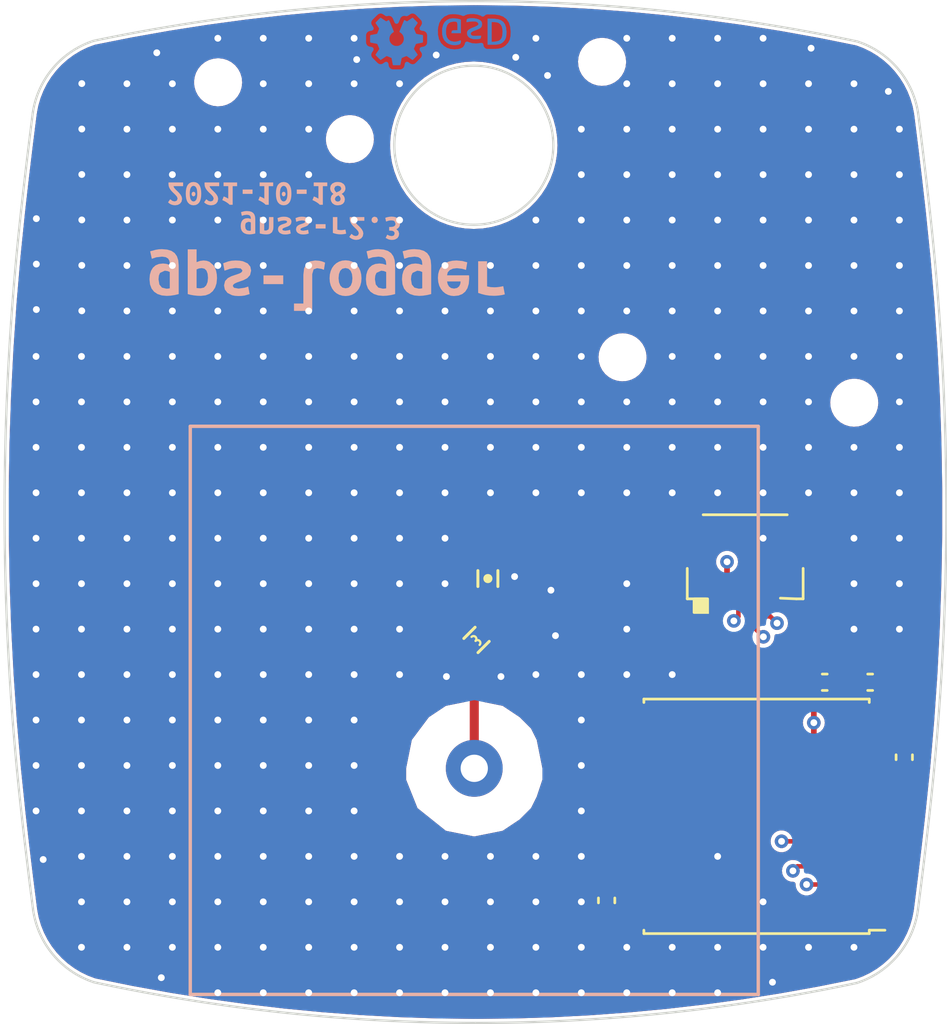
<source format=kicad_pcb>
(kicad_pcb (version 20221018) (generator pcbnew)
  (title_block (title "gps-logger-gnss") (date "2021-10-18") (rev "r2.3"))
  (layers (0 "F.Cu" signal) (1 "In1.Cu" signal) (2 "In2.Cu" signal) (31 "B.Cu" signal) (34 "B.Paste" user) (35 "F.Paste" user) (36 "B.SilkS" user "B.Silkscreen") (37 "F.SilkS" user "F.Silkscreen") (38 "B.Mask" user) (39 "F.Mask" user) (44 "Edge.Cuts" user))
  (net 0 "")
  (net 1 "GND")
  (net 2 "Net-(FLT1-Pad3)")
  (net 3 "Net-(C1-Pad1)")
  (net 4 "Net-(C3-Pad1)")
  (net 5 "Net-(ANT1-Pad1)")
  (net 6 "Net-(J1-Pad2)")
  (net 7 "Net-(J1-Pad3)")
  (net 8 "Net-(C4-Pad1)")
  (net 9 "Net-(FLT1-Pad1)")
  (net 10 "Net-(FLT2-Pad3)")
  (net 11 "Net-(L1-Pad1)")
  (net 12 "Net-(J1-Pad4)")
  (footprint "gkl_housings_son:SAW-5" (layer "F.Cu") (at 111.95 96.103352)
    (fp_text reference "FLT1" hide)
    (fp_text value "SF1186G" hide)
  )
  (footprint "gkl_housings_son:XSON6" (layer "F.Cu") (at 110.25 96.603352 -90)
    (fp_text reference "U2" hide)
    (fp_text value "BGU7007" hide)
  )
  (footprint "pkl_dipol:C_0402" (layer "F.Cu") (at 108.7 94.753352 90)
    (fp_text reference "C4" hide)
    (fp_text value "1nF" hide)
  )
  (footprint "gkl_housings_son:SAW-5" (layer "F.Cu") (at 108.1 99.253352 90)
    (fp_text reference "FLT2" hide)
    (fp_text value "SF1186G" hide)
  )
  (footprint "pkl_dipol:L_0402" (layer "F.Cu") (at 108.2 97.453352 -135)
    (fp_text reference "L1" hide)
    (fp_text value "5.6nH" hide)
  )
  (footprint "gps-logger:M1.6_Mounting Hole" (layer "F.Cu") (at 114.625741 85.015915)
    (fp_text reference "REF**" hide)
    (fp_text value "M1.6_Mounting Hole" hide)
  )
  (footprint "gps-logger:M1.6_Mounting Hole" (layer "F.Cu") (at 102.625741 75.415915)
    (fp_text reference "REF**" hide)
    (fp_text value "M1.6_Mounting Hole" hide)
  )
  (footprint "Capacitor_SMD:C_0402_1005Metric" (layer "F.Cu") (at 127.025741 102.615915 90)
    (fp_text reference "C5" hide)
    (fp_text value "0.1uF" hide)
  )
  (footprint "gps-logger:M1.6_Mounting Hole" (layer "F.Cu") (at 96.825741 72.915915)
    (fp_text reference "REF**" hide)
    (fp_text value "M1.6_Mounting Hole" hide)
  )
  (footprint "gps-logger:M1.6_Mounting Hole" (layer "F.Cu") (at 113.725741 72.015915)
    (fp_text reference "REF**" hide)
    (fp_text value "M1.6_Mounting Hole" hide)
  )
  (footprint "gps-logger:M1.6_Mounting Hole" (layer "F.Cu") (at 124.825741 87.015915)
    (fp_text reference "REF**" hide)
    (fp_text value "M1.6_Mounting Hole" hide)
  )
  (footprint "RF_GPS:ublox_MAX" (layer "F.Cu") (at 120.525741 105.215915 180)
    (fp_text reference "U1" hide)
    (fp_text value "MAX-M8C" hide)
  )
  (footprint "Capacitor_SMD:C_0402_1005Metric" (layer "F.Cu") (at 113.925741 108.915915 90)
    (fp_text reference "C2" hide)
    (fp_text value "0.1uF" hide)
  )
  (footprint "Capacitor_SMD:C_0402_1005Metric" (layer "F.Cu") (at 125.525741 99.315915 180)
    (fp_text reference "C1" hide)
    (fp_text value "4.7uF" hide)
  )
  (footprint "gps-logger:Hirose_FH34SRJ-16S-0.5SH_1x16-1MP_P0.50mm_Horizontal" (layer "F.Cu") (at 119.974741 94.215915 180)
    (fp_text reference "J1" hide)
    (fp_text value "Conn_01x06_MountingPin" hide)
  )
  (footprint "Capacitor_SMD:C_0402_1005Metric" (layer "F.Cu") (at 123.525741 99.315915)
    (fp_text reference "C3" hide)
    (fp_text value "4.7uF" hide)
  )
  (footprint "gkl_antenna:GPS_ANT" (layer "B.Cu") (at 108.1 103.103352 180)
    (fp_text reference "ANT1" hide)
    (fp_text value "pkl_PATCH_ANTENNA" hide)
  )
  (footprint "gkl_logos:gsd_logo_small" (layer "B.Cu") (at 108.1 70.603352)
    (fp_text reference "G***" hide)
    (fp_text value "LOGO" hide)
  )
  (footprint "gkl_logos:oshw_small" (layer "B.Cu") (at 104.6875 71.090852)
    (fp_text reference "G***" hide)
    (fp_text value "LOGO" hide)
  )
  (footprint "kibuzzard-616D57EE" (layer "B.Cu") (at 98.525741 77.815915)
    (fp_text reference "kibuzzard-616D57EE" hide)
    (fp_text value "G***" hide)
  )
  (footprint "kibuzzard-616D5807" (layer "B.Cu") (at 101.325741 79.215915)
    (fp_text reference "kibuzzard-616D5807" hide)
    (fp_text value "G***" hide)
  )
  (footprint "kibuzzard-616D5817" (layer "B.Cu") (at 101.625741 81.615915)
    (fp_text reference "kibuzzard-616D5817" hide)
    (fp_text value "G***" hide)
  )
  (gr_circle (center 108.080119 75.684581) (end 111.580119 75.684581) (stroke (width 0.1)) (fill none) (layer "Edge.Cuts"))
  (gr_arc (start 127.636746 74.277907) (mid 127.902676 76.42056) (end 128.149824 78.56546) (stroke (width 0.1)) (layer "Edge.Cuts"))
  (gr_arc (start 88.157606 78.536582) (mid 88.404754 76.391682) (end 88.670684 74.249029) (stroke (width 0.1)) (layer "Edge.Cuts"))
  (gr_arc (start 91.368469 112.519799) (mid 89.579634 111.32267) (end 88.687241 109.363926) (stroke (width 0.1)) (layer "Edge.Cuts"))
  (gr_arc (start 124.958496 71.119507) (mid 126.7462 72.318322) (end 127.636746 74.277907) (stroke (width 0.1)) (layer "Edge.Cuts"))
  (gr_arc (start 88.17012 105.076859) (mid 87.42787 91.807068) (end 88.157606 78.536582) (stroke (width 0.1)) (layer "Edge.Cuts"))
  (gr_arc (start 127.620189 109.392804) (mid 126.727796 111.351549) (end 124.938961 112.548677) (stroke (width 0.1)) (layer "Edge.Cuts"))
  (gr_arc (start 88.670685 74.24903) (mid 89.56123 72.289445) (end 91.348934 71.090629) (stroke (width 0.1)) (layer "Edge.Cuts"))
  (gr_arc (start 88.687241 109.363926) (mid 88.419291 107.221525) (end 88.17012 105.076859) (stroke (width 0.1)) (layer "Edge.Cuts"))
  (gr_arc (start 124.938961 112.548677) (mid 116.591523 113.866763) (end 108.152189 114.30803) (stroke (width 0.1)) (layer "Edge.Cuts"))
  (gr_arc (start 108.152189 114.30803) (mid 99.713627 113.852245) (end 91.368469 112.519799) (stroke (width 0.1)) (layer "Edge.Cuts"))
  (gr_arc (start 128.13731 105.105737) (mid 127.888139 107.250403) (end 127.620189 109.392804) (stroke (width 0.1)) (layer "Edge.Cuts"))
  (gr_arc (start 108.173391 69.344324) (mid 116.612305 69.793549) (end 124.958496 71.119507) (stroke (width 0.1)) (layer "Edge.Cuts"))
  (gr_arc (start 128.149824 78.56546) (mid 128.87956 91.835946) (end 128.13731 105.105737) (stroke (width 0.1)) (layer "Edge.Cuts"))
  (gr_arc (start 91.348934 71.090629) (mid 99.716333 69.785575) (end 108.173391 69.344324) (stroke (width 0.1)) (layer "Edge.Cuts"))
  (segment (start 108.35 98.868352) (end 109.0775 98.868352) (width 0.2) (layer "F.Cu") (net 1))
  (segment (start 111.95 96.990852) (end 111.675 97.265852) (width 0.2) (layer "F.Cu") (net 1))
  (segment (start 109.0875 99.253352) (end 109.275 99.065852) (width 0.2) (layer "F.Cu") (net 1))
  (segment (start 111.95 96.353352) (end 111.95 96.990852) (width 0.2) (layer "F.Cu") (net 1))
  (segment (start 112.335 96.353352) (end 112.335 96.805852) (width 0.2) (layer "F.Cu") (net 1))
  (segment (start 109.4625 94.253352) (end 109.875 94.665852) (width 0.2) (layer "F.Cu") (net 1))
  (segment (start 111.95 95.528352) (end 111.6875 95.265852) (width 0.2) (layer "F.Cu") (net 1))
  (segment (start 111.0375 97.103352) (end 111.275 96.865852) (width 0.2) (layer "F.Cu") (net 1))
  (segment (start 108.7 94.253352) (end 109.4625 94.253352) (width 0.2) (layer "F.Cu") (net 1))
  (segment (start 111.0125 96.603352) (end 111.275 96.865852) (width 0.2) (layer "F.Cu") (net 1))
  (segment (start 110.55 96.603352) (end 111.0125 96.603352) (width 0.2) (layer "F.Cu") (net 1))
  (segment (start 108.35 99.253352) (end 109.0875 99.253352) (width 0.2) (layer "F.Cu") (net 1))
  (segment (start 110.55 97.103352) (end 111.0375 97.103352) (width 0.2) (layer "F.Cu") (net 1))
  (segment (start 112.15 96.990852) (end 111.95 96.990852) (width 0.2) (layer "F.Cu") (net 1))
  (segment (start 107.0625 99.253352) (end 106.875 99.065852) (width 0.2) (layer "F.Cu") (net 1))
  (segment (start 109.0775 98.868352) (end 109.275 99.065852) (width 0.2) (layer "F.Cu") (net 1))
  (segment (start 112.335 96.805852) (end 112.15 96.990852) (width 0.2) (layer "F.Cu") (net 1))
  (segment (start 111.95 95.853352) (end 111.95 95.528352) (width 0.2) (layer "F.Cu") (net 1))
  (segment (start 111.275 96.865852) (end 111.675 97.265852) (width 0.2) (layer "F.Cu") (net 1))
  (segment (start 107.85 99.253352) (end 107.0625 99.253352) (width 0.2) (layer "F.Cu") (net 1))
  (segment (start 111.6875 95.265852) (end 111.475 95.265852) (width 0.2) (layer "F.Cu") (net 1))
  (via (at 118.8125 90.978352) (size 0.6) (drill 0.3) (layers "F.Cu" "B.Cu") (net 1))
  (via (at 114.8125 96.978352) (size 0.6) (drill 0.3) (layers "F.Cu" "B.Cu") (net 1))
  (via (at 100.8125 108.978352) (size 0.6) (drill 0.3) (layers "F.Cu" "B.Cu") (net 1))
  (via (at 114.8125 72.978352) (size 0.6) (drill 0.3) (layers "F.Cu" "B.Cu") (net 1))
  (via (at 89.125741 107.115915) (size 0.6) (drill 0.3) (layers "F.Cu" "B.Cu") (net 1))
  (via (at 110.8125 78.978352) (size 0.6) (drill 0.3) (layers "F.Cu" "B.Cu") (net 1))
  (via (at 88.8125 98.978352) (size 0.6) (drill 0.3) (layers "F.Cu" "B.Cu") (net 1))
  (via (at 120.8125 78.978352) (size 0.6) (drill 0.3) (layers "F.Cu" "B.Cu") (net 1))
  (via (at 110.8125 106.978352) (size 0.6) (drill 0.3) (layers "F.Cu" "B.Cu") (net 1))
  (via (at 98.8125 98.978352) (size 0.6) (drill 0.3) (layers "F.Cu" "B.Cu") (net 1))
  (via (at 98.8125 104.978352) (size 0.6) (drill 0.3) (layers "F.Cu" "B.Cu") (net 1))
  (via (at 102.925741 71.915915) (size 0.6) (drill 0.3) (layers "F.Cu" "B.Cu") (net 1))
  (via (at 100.8125 110.978352) (size 0.6) (drill 0.3) (layers "F.Cu" "B.Cu") (net 1))
  (via (at 104.8125 110.978352) (size 0.6) (drill 0.3) (layers "F.Cu" "B.Cu") (net 1))
  (via (at 94.125741 71.615915) (size 0.6) (drill 0.3) (layers "F.Cu" "B.Cu") (net 1))
  (via (at 116.8125 80.978352) (size 0.6) (drill 0.3) (layers "F.Cu" "B.Cu") (net 1))
  (via (at 104.8125 80.978352) (size 0.6) (drill 0.3) (layers "F.Cu" "B.Cu") (net 1))
  (via (at 96.8125 76.978352) (size 0.6) (drill 0.3) (layers "F.Cu" "B.Cu") (net 1))
  (via (at 110.8125 86.978352) (size 0.6) (drill 0.3) (layers "F.Cu" "B.Cu") (net 1))
  (via (at 122.8125 110.978352) (size 0.6) (drill 0.3) (layers "F.Cu" "B.Cu") (net 1))
  (via (at 112.8125 86.978352) (size 0.6) (drill 0.3) (layers "F.Cu" "B.Cu") (net 1))
  (via (at 116.8125 82.978352) (size 0.6) (drill 0.3) (layers "F.Cu" "B.Cu") (net 1))
  (via (at 108.8125 108.978352) (size 0.6) (drill 0.3) (layers "F.Cu" "B.Cu") (net 1))
  (via (at 116.8125 86.978352) (size 0.6) (drill 0.3) (layers "F.Cu" "B.Cu") (net 1))
  (via (at 114.8125 90.978352) (size 0.6) (drill 0.3) (layers "F.Cu" "B.Cu") (net 1))
  (via (at 126.8125 78.978352) (size 0.6) (drill 0.3) (layers "F.Cu" "B.Cu") (net 1))
  (via (at 102.8125 108.978352) (size 0.6) (drill 0.3) (layers "F.Cu" "B.Cu") (net 1))
  (via (at 109.875 94.665852) (size 0.6) (drill 0.3) (layers "F.Cu" "B.Cu") (net 1))
  (via (at 96.8125 102.978352) (size 0.6) (drill 0.3) (layers "F.Cu" "B.Cu") (net 1))
  (via (at 88.8125 94.978352) (size 0.6) (drill 0.3) (layers "F.Cu" "B.Cu") (net 1))
  (via (at 116.8125 110.978352) (size 0.6) (drill 0.3) (layers "F.Cu" "B.Cu") (net 1))
  (via (at 108.8125 90.978352) (size 0.6) (drill 0.3) (layers "F.Cu" "B.Cu") (net 1))
  (via (at 98.8125 78.978352) (size 0.6) (drill 0.3) (layers "F.Cu" "B.Cu") (net 1))
  (via (at 122.8125 76.978352) (size 0.6) (drill 0.3) (layers "F.Cu" "B.Cu") (net 1))
  (via (at 96.8125 106.978352) (size 0.6) (drill 0.3) (layers "F.Cu" "B.Cu") (net 1))
  (via (at 121.225741 112.515915) (size 0.6) (drill 0.3) (layers "F.Cu" "B.Cu") (net 1))
  (via (at 98.8125 108.978352) (size 0.6) (drill 0.3) (layers "F.Cu" "B.Cu") (net 1))
  (via (at 92.8125 106.978352) (size 0.6) (drill 0.3) (layers "F.Cu" "B.Cu") (net 1))
  (via (at 124.8125 88.978352) (size 0.6) (drill 0.3) (layers "F.Cu" "B.Cu") (net 1))
  (via (at 98.8125 86.978352) (size 0.6) (drill 0.3) (layers "F.Cu" "B.Cu") (net 1))
  (via (at 112.8125 104.978352) (size 0.6) (drill 0.3) (layers "F.Cu" "B.Cu") (net 1))
  (via (at 109.275 99.065852) (size 0.6) (drill 0.3) (layers "F.Cu" "B.Cu") (net 1))
  (via (at 124.8125 110.978352) (size 0.6) (drill 0.3) (layers "F.Cu" "B.Cu") (net 1))
  (via (at 110.8125 84.978352) (size 0.6) (drill 0.3) (layers "F.Cu" "B.Cu") (net 1))
  (via (at 106.425741 71.715915) (size 0.6) (drill 0.3) (layers "F.Cu" "B.Cu") (net 1))
  (via (at 124.8125 78.978352) (size 0.6) (drill 0.3) (layers "F.Cu" "B.Cu") (net 1))
  (via (at 120.8125 86.978352) (size 0.6) (drill 0.3) (layers "F.Cu" "B.Cu") (net 1))
  (via (at 112.8125 76.978352) (size 0.6) (drill 0.3) (layers "F.Cu" "B.Cu") (net 1))
  (via (at 96.8125 96.978352) (size 0.6) (drill 0.3) (layers "F.Cu" "B.Cu") (net 1))
  (via (at 122.8125 78.978352) (size 0.6) (drill 0.3) (layers "F.Cu" "B.Cu") (net 1))
  (via (at 88.8125 100.978352) (size 0.6) (drill 0.3) (layers "F.Cu" "B.Cu") (net 1))
  (via (at 102.8125 100.978352) (size 0.6) (drill 0.3) (layers "F.Cu" "B.Cu") (net 1))
  (via (at 126.325741 73.315915) (size 0.6) (drill 0.3) (layers "F.Cu" "B.Cu") (net 1))
  (via (at 104.8125 90.978352) (size 0.6) (drill 0.3) (layers "F.Cu" "B.Cu") (net 1))
  (via (at 104.8125 84.978352) (size 0.6) (drill 0.3) (layers "F.Cu" "B.Cu") (net 1))
  (via (at 102.8125 80.978352) (size 0.6) (drill 0.3) (layers "F.Cu" "B.Cu") (net 1))
  (via (at 94.8125 82.978352) (size 0.6) (drill 0.3) (layers "F.Cu" "B.Cu") (net 1))
  (via (at 106.8125 80.978352) (size 0.6) (drill 0.3) (layers "F.Cu" "B.Cu") (net 1))
  (via (at 108.8125 80.978352) (size 0.6) (drill 0.3) (layers "F.Cu" "B.Cu") (net 1))
  (via (at 88.825741 78.915915) (size 0.6) (drill 0.3) (layers "F.Cu" "B.Cu") (net 1))
  (via (at 126.8125 76.978352) (size 0.6) (drill 0.3) (layers "F.Cu" "B.Cu") (net 1))
  (via (at 92.8125 88.978352) (size 0.6) (drill 0.3) (layers "F.Cu" "B.Cu") (net 1))
  (via (at 98.8125 94.978352) (size 0.6) (drill 0.3) (layers "F.Cu" "B.Cu") (net 1))
  (via (at 96.8125 86.978352) (size 0.6) (drill 0.3) (layers "F.Cu" "B.Cu") (net 1))
  (via (at 112.8125 90.978352) (size 0.6) (drill 0.3) (layers "F.Cu" "B.Cu") (net 1))
  (via (at 94.8125 76.978352) (size 0.6) (drill 0.3) (layers "F.Cu" "B.Cu") (net 1))
  (via (at 114.8125 86.978352) (size 0.6) (drill 0.3) (layers "F.Cu" "B.Cu") (net 1))
  (via (at 102.8125 92.978352) (size 0.6) (drill 0.3) (layers "F.Cu" "B.Cu") (net 1))
  (via (at 92.8125 90.978352) (size 0.6) (drill 0.3) (layers "F.Cu" "B.Cu") (net 1))
  (via (at 102.8125 72.978352) (size 0.6) (drill 0.3) (layers "F.Cu" "B.Cu") (net 1))
  (via (at 112.8125 110.978352) (size 0.6) (drill 0.3) (layers "F.Cu" "B.Cu") (net 1))
  (via (at 114.8125 78.978352) (size 0.6) (drill 0.3) (layers "F.Cu" "B.Cu") (net 1))
  (via (at 98.8125 88.978352) (size 0.6) (drill 0.3) (layers "F.Cu" "B.Cu") (net 1))
  (via (at 106.8125 112.978352) (size 0.6) (drill 0.3) (layers "F.Cu" "B.Cu") (net 1))
  (via (at 92.8125 80.978352) (size 0.6) (drill 0.3) (layers "F.Cu" "B.Cu") (net 1))
  (via (at 94.8125 102.978352) (size 0.6) (drill 0.3) (layers "F.Cu" "B.Cu") (net 1))
  (via (at 110.8125 90.978352) (size 0.6) (drill 0.3) (layers "F.Cu" "B.Cu") (net 1))
  (via (at 116.8125 112.978352) (size 0.6) (drill 0.3) (layers "F.Cu" "B.Cu") (net 1))
  (via (at 106.8125 88.978352) (size 0.6) (drill 0.3) (layers "F.Cu" "B.Cu") (net 1))
  (via (at 94.8125 98.978352) (size 0.6) (drill 0.3) (layers "F.Cu" "B.Cu") (net 1))
  (via (at 92.8125 104.978352) (size 0.6) (drill 0.3) (layers "F.Cu" "B.Cu") (net 1))
  (via (at 102.8125 98.978352) (size 0.6) (drill 0.3) (layers "F.Cu" "B.Cu") (net 1))
  (via (at 104.8125 92.978352) (size 0.6) (drill 0.3) (layers "F.Cu" "B.Cu") (net 1))
  (via (at 98.8125 112.978352) (size 0.6) (drill 0.3) (layers "F.Cu" "B.Cu") (net 1))
  (via (at 100.8125 72.978352) (size 0.6) (drill 0.3) (layers "F.Cu" "B.Cu") (net 1))
  (via (at 92.8125 82.978352) (size 0.6) (drill 0.3) (layers "F.Cu" "B.Cu") (net 1))
  (via (at 90.825741 82.972073) (size 0.6) (drill 0.3) (layers "F.Cu" "B.Cu") (net 1))
  (via (at 108.8125 88.978352) (size 0.6) (drill 0.3) (layers "F.Cu" "B.Cu") (net 1))
  (via (at 96.8125 112.978352) (size 0.6) (drill 0.3) (layers "F.Cu" "B.Cu") (net 1))
  (via (at 94.8125 72.978352) (size 0.6) (drill 0.3) (layers "F.Cu" "B.Cu") (net 1))
  (via (at 96.8125 110.978352) (size 0.6) (drill 0.3) (layers "F.Cu" "B.Cu") (net 1))
  (via (at 120.8125 74.978352) (size 0.6) (drill 0.3) (layers "F.Cu" "B.Cu") (net 1))
  (via (at 104.8125 86.978352) (size 0.6) (drill 0.3) (layers "F.Cu" "B.Cu") (net 1))
  (via (at 98.8125 84.978352) (size 0.6) (drill 0.3) (layers "F.Cu" "B.Cu") (net 1))
  (via (at 98.8125 74.978352) (size 0.6) (drill 0.3) (layers "F.Cu" "B.Cu") (net 1))
  (via (at 98.8125 72.978352) (size 0.6) (drill 0.3) (layers "F.Cu" "B.Cu") (net 1))
  (via (at 90.8125 104.978352) (size 0.6) (drill 0.3) (layers "F.Cu" "B.Cu") (net 1))
  (via (at 122.8125 90.978352) (size 0.6) (drill 0.3) (layers "F.Cu" "B.Cu") (net 1))
  (via (at 88.8125 92.978352) (size 0.6) (drill 0.3) (layers "F.Cu" "B.Cu") (net 1))
  (via (at 112.8125 102.978352) (size 0.6) (drill 0.3) (layers "F.Cu" "B.Cu") (net 1))
  (via (at 92.8125 96.978352) (size 0.6) (drill 0.3) (layers "F.Cu" "B.Cu") (net 1))
  (via (at 126.8125 80.978352) (size 0.6) (drill 0.3) (layers "F.Cu" "B.Cu") (net 1))
  (via (at 112.8125 98.978352) (size 0.6) (drill 0.3) (layers "F.Cu" "B.Cu") (net 1))
  (via (at 90.8125 110.978352) (size 0.6) (drill 0.3) (layers "F.Cu" "B.Cu") (net 1))
  (via (at 122.8125 84.978352) (size 0.6) (drill 0.3) (layers "F.Cu" "B.Cu") (net 1))
  (via (at 94.8125 108.978352) (size 0.6) (drill 0.3) (layers "F.Cu" "B.Cu") (net 1))
  (via (at 126.8125 94.978352) (size 0.6) (drill 0.3) (layers "F.Cu" "B.Cu") (net 1))
  (via (at 118.8125 82.978352) (size 0.6) (drill 0.3) (layers "F.Cu" "B.Cu") (net 1))
  (via (at 108.8125 106.978352) (size 0.6) (drill 0.3) (layers "F.Cu" "B.Cu") (net 1))
  (via (at 90.8125 84.978352) (size 0.6) (drill 0.3) (layers "F.Cu" "B.Cu") (net 1))
  (via (at 96.8125 74.978352) (size 0.6) (drill 0.3) (layers "F.Cu" "B.Cu") (net 1))
  (via (at 94.325741 112.315915) (size 0.6) (drill 0.3) (layers "F.Cu" "B.Cu") (net 1))
  (via (at 102.8125 82.978352) (size 0.6) (drill 0.3) (layers "F.Cu" "B.Cu") (net 1))
  (via (at 120.8125 80.978352) (size 0.6) (drill 0.3) (layers "F.Cu" "B.Cu") (net 1))
  (via (at 112.8125 78.978352) (size 0.6) (drill 0.3) (layers "F.Cu" "B.Cu") (net 1))
  (via (at 90.8125 96.978352) (size 0.6) (drill 0.3) (layers "F.Cu" "B.Cu") (net 1))
  (via (at 126.8125 92.978352) (size 0.6) (drill 0.3) (layers "F.Cu" "B.Cu") (net 1))
  (via (at 112.8125 100.978352) (size 0.6) (drill 0.3) (layers "F.Cu" "B.Cu") (net 1))
  (via (at 112.8125 74.978352) (size 0.6) (drill 0.3) (layers "F.Cu" "B.Cu") (net 1))
  (via (at 88.8125 90.978352) (size 0.6) (drill 0.3) (layers "F.Cu" "B.Cu") (net 1))
  (via (at 118.8125 72.978352) (size 0.6) (drill 0.3) (layers "F.Cu" "B.Cu") (net 1))
  (via (at 88.8125 88.978352) (size 0.6) (drill 0.3) (layers "F.Cu" "B.Cu") (net 1))
  (via (at 92.8125 94.978352) (size 0.6) (drill 0.3) (layers "F.Cu" "B.Cu") (net 1))
  (via (at 96.8125 88.978352) (size 0.6) (drill 0.3) (layers "F.Cu" "B.Cu") (net 1))
  (via (at 108.8125 84.978352) (size 0.6) (drill 0.3) (layers "F.Cu" "B.Cu") (net 1))
  (via (at 122.8125 80.978352) (size 0.6) (drill 0.3) (layers "F.Cu" "B.Cu") (net 1))
  (via (at 108.8125 110.978352) (size 0.6) (drill 0.3) (layers "F.Cu" "B.Cu") (net 1))
  (via (at 88.8125 84.978352) (size 0.6) (drill 0.3) (layers "F.Cu" "B.Cu") (net 1))
  (via (at 124.8125 80.978352) (size 0.6) (drill 0.3) (layers "F.Cu" "B.Cu") (net 1))
  (via (at 92.8125 102.978352) (size 0.6) (drill 0.3) (layers "F.Cu" "B.Cu") (net 1))
  (via (at 104.8125 112.978352) (size 0.6) (drill 0.3) (layers "F.Cu" "B.Cu") (net 1))
  (via (at 98.8125 100.978352) (size 0.6) (drill 0.3) (layers "F.Cu" "B.Cu") (net 1))
  (via (at 102.8125 88.978352) (size 0.6) (drill 0.3) (layers "F.Cu" "B.Cu") (net 1))
  (via (at 98.8125 106.978352) (size 0.6) (drill 0.3) (layers "F.Cu" "B.Cu") (net 1))
  (via (at 114.8125 94.978352) (size 0.6) (drill 0.3) (layers "F.Cu" "B.Cu") (net 1))
  (via (at 118.8125 110.978352) (size 0.6) (drill 0.3) (layers "F.Cu" "B.Cu") (net 1))
  (via (at 100.8125 80.978352) (size 0.6) (drill 0.3) (layers "F.Cu" "B.Cu") (net 1))
  (via (at 96.8125 104.978352) (size 0.6) (drill 0.3) (layers "F.Cu" "B.Cu") (net 1))
  (via (at 96.8125 108.978352) (size 0.6) (drill 0.3) (layers "F.Cu" "B.Cu") (net 1))
  (via (at 120.8125 108.978352) (size 0.6) (drill 0.3) (layers "F.Cu" "B.Cu") (net 1))
  (via (at 118.8125 76.978352) (size 0.6) (drill 0.3) (layers "F.Cu" "B.Cu") (net 1))
  (via (at 102.8125 70.978352) (size 0.6) (drill 0.3) (layers "F.Cu" "B.Cu") (net 1))
  (via (at 126.8125 96.978352) (size 0.6) (drill 0.3) (layers "F.Cu" "B.Cu") (net 1))
  (via (at 114.8125 110.978352) (size 0.6) (drill 0.3) (layers "F.Cu" "B.Cu") (net 1))
  (via (at 100.8125 88.978352) (size 0.6) (drill 0.3) (layers "F.Cu" "B.Cu") (net 1))
  (via (at 122.8125 86.978352) (size 0.6) (drill 0.3) (layers "F.Cu" "B.Cu") (net 1))
  (via (at 126.8125 74.978352) (size 0.6) (drill 0.3) (layers "F.Cu" "B.Cu") (net 1))
  (via (at 100.8125 74.978352) (size 0.6) (drill 0.3) (layers "F.Cu" "B.Cu") (net 1))
  (via (at 94.8125 90.978352) (size 0.6) (drill 0.3) (layers "F.Cu" "B.Cu") (net 1))
  (via (at 90.8125 92.978352) (size 0.6) (drill 0.3) (layers "F.Cu" "B.Cu") (net 1))
  (via (at 88.825741 82.915915) (size 0.6) (drill 0.3) (layers "F.Cu" "B.Cu") (net 1))
  (via (at 124.8125 72.978352) (size 0.6) (drill 0.3) (layers "F.Cu" "B.Cu") (net 1))
  (via (at 90.8125 108.978352) (size 0.6) (drill 0.3) (layers "F.Cu" "B.Cu") (net 1))
  (via (at 116.8125 84.978352) (size 0.6) (drill 0.3) (layers "F.Cu" "B.Cu") (net 1))
  (via (at 98.8125 102.978352) (size 0.6) (drill 0.3) (layers "F.Cu" "B.Cu") (net 1))
  (via (at 88.825741 80.915915) (size 0.6) (drill 0.3) (layers "F.Cu" "B.Cu") (net 1))
  (via (at 104.8125 98.978352) (size 0.6) (drill 0.3) (layers "F.Cu" "B.Cu") (net 1))
  (via (at 100.8125 70.978352) (size 0.6) (drill 0.3) (layers "F.Cu" "B.Cu") (net 1))
  (via (at 106.8125 86.978352) (size 0.6) (drill 0.3) (layers "F.Cu" "B.Cu") (net 1))
  (via (at 106.8125 94.978352) (size 0.6) (drill 0.3) (layers "F.Cu" "B.Cu") (net 1))
  (via (at 98.8125 96.978352) (size 0.6) (drill 0.3) (layers "F.Cu" "B.Cu") (net 1))
  (via (at 100.8125 84.978352) (size 0.6) (drill 0.3) (layers "F.Cu" "B.Cu") (net 1))
  (via (at 96.8125 100.978352) (size 0.6) (drill 0.3) (layers "F.Cu" "B.Cu") (net 1))
  (via (at 106.8125 106.978352) (size 0.6) (drill 0.3) (layers "F.Cu" "B.Cu") (net 1))
  (via (at 106.8125 110.978352) (size 0.6) (drill 0.3) (layers "F.Cu" "B.Cu") (net 1))
  (via (at 96.8125 90.978352) (size 0.6) (drill 0.3) (layers "F.Cu" "B.Cu") (net 1))
  (via (at 90.8125 106.978352) (size 0.6) (drill 0.3) (layers "F.Cu" "B.Cu") (net 1))
  (via (at 94.8125 96.978352) (size 0.6) (drill 0.3) (layers "F.Cu" "B.Cu") (net 1))
  (via (at 98.8125 92.978352) (size 0.6) (drill 0.3) (layers "F.Cu" "B.Cu") (net 1))
  (via (at 102.8125 78.978352) (size 0.6) (drill 0.3) (layers "F.Cu" "B.Cu") (net 1))
  (via (at 108.8125 82.978352) (size 0.6) (drill 0.3) (layers "F.Cu" "B.Cu") (net 1))
  (via (at 120.8125 88.978352) (size 0.6) (drill 0.3) (layers "F.Cu" "B.Cu") (net 1))
  (via (at 126.8125 90.978352) (size 0.6) (drill 0.3) (layers "F.Cu" "B.Cu") (net 1))
  (via (at 100.8125 92.978352) (size 0.6) (drill 0.3) (layers "F.Cu" "B.Cu") (net 1))
  (via (at 90.825741 78.972073) (size 0.6) (drill 0.3) (layers "F.Cu" "B.Cu") (net 1))
  (via (at 118.8125 74.978352) (size 0.6) (drill 0.3) (layers "F.Cu" "B.Cu") (net 1))
  (via (at 100.8125 94.978352) (size 0.6) (drill 0.3) (layers "F.Cu" "B.Cu") (net 1))
  (via (at 104.8125 106.978352) (size 0.6) (drill 0.3) (layers "F.Cu" "B.Cu") (net 1))
  (via (at 122.8125 74.978352) (size 0.6) (drill 0.3) (layers "F.Cu" "B.Cu") (net 1))
  (via (at 102.8125 112.978352) (size 0.6) (drill 0.3) (layers "F.Cu" "B.Cu") (net 1))
  (via (at 96.8125 84.978352) (size 0.6) (drill 0.3) (layers "F.Cu" "B.Cu") (net 1))
  (via (at 90.8125 90.978352) (size 0.6) (drill 0.3) (layers "F.Cu" "B.Cu") (net 1))
  (via (at 110.8125 98.978352) (size 0.6) (drill 0.3) (layers "F.Cu" "B.Cu") (net 1))
  (via (at 100.8125 100.978352) (size 0.6) (drill 0.3) (layers "F.Cu" "B.Cu") (net 1))
  (via (at 122.925741 71.415915) (size 0.6) (drill 0.3) (layers "F.Cu" "B.Cu") (net 1))
  (via (at 96.8125 80.978352) (size 0.6) (drill 0.3) (layers "F.Cu" "B.Cu") (net 1))
  (via (at 102.8125 102.978352) (size 0.6) (drill 0.3) (layers "F.Cu" "B.Cu") (net 1))
  (via (at 104.8125 108.978352) (size 0.6) (drill 0.3) (layers "F.Cu" "B.Cu") (net 1))
  (via (at 104.8125 96.978352) (size 0.6) (drill 0.3) (layers "F.Cu" "B.Cu") (net 1))
  (via (at 96.8125 94.978352) (size 0.6) (drill 0.3) (layers "F.Cu" "B.Cu") (net 1))
  (via (at 108.8125 112.978352) (size 0.6) (drill 0.3) (layers "F.Cu" "B.Cu") (net 1))
  (via (at 100.8125 76.978352) (size 0.6) (drill 0.3) (layers "F.Cu" "B.Cu") (net 1))
  (via (at 92.8125 86.978352) (size 0.6) (drill 0.3) (layers "F.Cu" "B.Cu") (net 1))
  (via (at 94.8125 86.978352) (size 0.6) (drill 0.3) (layers "F.Cu" "B.Cu") (net 1))
  (via (at 120.8125 110.978352) (size 0.6) (drill 0.3) (layers "F.Cu" "B.Cu") (net 1))
  (via (at 102.8125 90.978352) (size 0.6) (drill 0.3) (layers "F.Cu" "B.Cu") (net 1))
  (via (at 112.8125 84.978352) (size 0.6) (drill 0.3) (layers "F.Cu" "B.Cu") (net 1))
  (via (at 116.8125 76.978352) (size 0.6) (drill 0.3) (layers "F.Cu" "B.Cu") (net 1))
  (via (at 120.8125 82.978352) (size 0.6) (drill 0.3) (layers "F.Cu" "B.Cu") (net 1))
  (via (at 102.8125 94.978352) (size 0.6) (drill 0.3) (layers "F.Cu" "B.Cu") (net 1))
  (via (at 100.8125 78.978352) (size 0.6) (drill 0.3) (layers "F.Cu" "B.Cu") (net 1))
  (via (at 98.8125 82.978352) (size 0.6) (drill 0.3) (layers "F.Cu" "B.Cu") (net 1))
  (via (at 114.8125 88.978352) (size 0.6) (drill 0.3) (layers "F.Cu" "B.Cu") (net 1))
  (via (at 114.8125 70.978352) (size 0.6) (drill 0.3) (layers "F.Cu" "B.Cu") (net 1))
  (via (at 116.8125 78.978352) (size 0.6) (drill 0.3) (layers "F.Cu" "B.Cu") (net 1))
  (via (at 94.8125 88.978352) (size 0.6) (drill 0.3) (layers "F.Cu" "B.Cu") (net 1))
  (via (at 118.8125 78.978352) (size 0.6) (drill 0.3) (layers "F.Cu" "B.Cu") (net 1))
  (via (at 114.8125 80.978352) (size 0.6) (drill 0.3) (layers "F.Cu" "B.Cu") (net 1))
  (via (at 112.8125 80.978352) (size 0.6) (drill 0.3) (layers "F.Cu" "B.Cu") (net 1))
  (via (at 98.8125 110.978352) (size 0.6) (drill 0.3) (layers "F.Cu" "B.Cu") (net 1))
  (via (at 90.825741 76.972073) (size 0.6) (drill 0.3) (layers "F.Cu" "B.Cu") (net 1))
  (via (at 112.8125 82.978352) (size 0.6) (drill 0.3) (layers "F.Cu" "B.Cu") (net 1))
  (via (at 94.8125 104.978352) (size 0.6) (drill 0.3) (layers "F.Cu" "B.Cu") (net 1))
  (via (at 112.8125 106.978352) (size 0.6) (drill 0.3) (layers "F.Cu" "B.Cu") (net 1))
  (via (at 110.8125 110.978352) (size 0.6) (drill 0.3) (layers "F.Cu" "B.Cu") (net 1))
  (via (at 112.8125 112.978352) (size 0.6) (drill 0.3) (layers "F.Cu" "B.Cu") (net 1))
  (via (at 102.8125 86.978352) (size 0.6) (drill 0.3) (layers "F.Cu" "B.Cu") (net 1))
  (via (at 114.8125 98.978352) (size 0.6) (drill 0.3) (layers "F.Cu" "B.Cu") (net 1))
  (via (at 100.8125 102.978352) (size 0.6) (drill 0.3) (layers "F.Cu" "B.Cu") (net 1))
  (via (at 122.8125 72.978352) (size 0.6) (drill 0.3) (layers "F.Cu" "B.Cu") (net 1))
  (via (at 116.8125 88.978352) (size 0.6) (drill 0.3) (layers "F.Cu" "B.Cu") (net 1))
  (via (at 124.8125 92.978352) (size 0.6) (drill 0.3) (layers "F.Cu" "B.Cu") (net 1))
  (via (at 111.675 97.265852) (size 0.6) (drill 0.3) (layers "F.Cu" "B.Cu") (net 1))
  (via (at 126.8125 82.978352) (size 0.6) (drill 0.3) (layers "F.Cu" "B.Cu") (net 1))
  (via (at 120.8125 90.978352) (size 0.6) (drill 0.3) (layers "F.Cu" "B.Cu") (net 1))
  (via (at 108.8125 86.978352) (size 0.6) (drill 0.3) (layers "F.Cu" "B.Cu") (net 1))
  (via (at 96.8125 78.978352) (size 0.6) (drill 0.3) (layers "F.Cu" "B.Cu") (net 1))
  (via (at 118.8125 88.978352) (size 0.6) (drill 0.3) (layers "F.Cu" "B.Cu") (net 1))
  (via (at 110.8125 80.978352) (size 0.6) (drill 0.3) (layers "F.Cu" "B.Cu") (net 1))
  (via (at 109.925741 71.815915) (size 0.6) (drill 0.3) (layers "F.Cu" "B.Cu") (net 1))
  (via (at 92.8125 84.978352) (size 0.6) (drill 0.3) (layers "F.Cu" "B.Cu") (net 1))
  (via (at 100.8125 86.978352) (size 0.6) (drill 0.3) (layers "F.Cu" "B.Cu") (net 1))
  (via (at 96.8125 92.978352) (size 0.6) (drill 0.3) (layers "F.Cu" "B.Cu") (net 1))
  (via (at 90.8125 86.978352) (size 0.6) (drill 0.3) (layers "F.Cu" "B.Cu") (net 1))
  (via (at 111.475 95.265852) (size 0.6) (drill 0.3) (layers "F.Cu" "B.Cu") (net 1))
  (via (at 106.8125 108.978352) (size 0.6) (drill 0.3) (layers "F.Cu" "B.Cu") (net 1))
  (via (at 116.8125 98.978352) (size 0.6) (drill 0.3) (layers "F.Cu" "B.Cu") (net 1))
  (via (at 110.8125 88.978352) (size 0.6) (drill 0.3) (layers "F.Cu" "B.Cu") (net 1))
  (via (at 94.8125 84.978352) (size 0.6) (drill 0.3) (layers "F.Cu" "B.Cu") (net 1))
  (via (at 120.8125 84.978352) (size 0.6) (drill 0.3) (layers "F.Cu" "B.Cu") (net 1))
  (via (at 92.8125 108.978352) (size 0.6) (drill 0.3) (layers "F.Cu" "B.Cu") (net 1))
  (via (at 104.8125 94.978352) (size 0.6) (drill 0.3) (layers "F.Cu" "B.Cu") (net 1))
  (via (at 114.8125 112.978352) (size 0.6) (drill 0.3) (layers "F.Cu" "B.Cu") (net 1))
  (via (at 100.8125 82.978352) (size 0.6) (drill 0.3) (layers "F.Cu" "B.Cu") (net 1))
  (via (at 118.8125 70.978352) (size 0.6) (drill 0.3) (layers "F.Cu" "B.Cu") (net 1))
  (via (at 96.8125 70.978352) (size 0.6) (drill 0.3) (layers "F.Cu" "B.Cu") (net 1))
  (via (at 104.8125 78.978352) (size 0.6) (drill 0.3) (layers "F.Cu" "B.Cu") (net 1))
  (via (at 106.8125 82.978352) (size 0.6) (drill 0.3) (layers "F.Cu" "B.Cu") (net 1))
  (via (at 90.8125 102.978352) (size 0.6) (drill 0.3) (layers "F.Cu" "B.Cu") (net 1))
  (via (at 124.8125 96.978352) (size 0.6) (drill 0.3) (layers "F.Cu" "B.Cu") (net 1))
  (via (at 116.8125 70.978352) (size 0.6) (drill 0.3) (layers "F.Cu" "B.Cu") (net 1))
  (via (at 88.8125 104.978352) (size 0.6) (drill 0.3) (layers "F.Cu" "B.Cu") (net 1))
  (via (at 120.8125 92.978352) (size 0.6) (drill 0.3) (layers "F.Cu" "B.Cu") (net 1))
  (via (at 124.8125 90.978352) (size 0.6) (drill 0.3) (layers "F.Cu" "B.Cu") (net 1))
  (via (at 110.8125 70.978352) (size 0.6) (drill 0.3) (layers "F.Cu" "B.Cu") (net 1))
  (via (at 90.8125 100.978352) (size 0.6) (drill 0.3) (layers "F.Cu" "B.Cu") (net 1))
  (via (at 94.8125 110.978352) (size 0.6) (drill 0.3) (layers "F.Cu" "B.Cu") (net 1))
  (via (at 90.825741 74.972073) (size 0.6) (drill 0.3) (layers "F.Cu" "B.Cu") (net 1))
  (via (at 100.8125 106.978352) (size 0.6) (drill 0.3) (layers "F.Cu" "B.Cu") (net 1))
  (via (at 90.8125 94.978352) (size 0.6) (drill 0.3) (layers "F.Cu" "B.Cu") (net 1))
  (via (at 92.8125 72.978352) (size 0.6) (drill 0.3) (layers "F.Cu" "B.Cu") (net 1))
  (via (at 88.8125 102.978352) (size 0.6) (drill 0.3) (layers "F.Cu" "B.Cu") (net 1))
  (via (at 126.8125 88.978352) (size 0.6) (drill 0.3) (layers "F.Cu" "B.Cu") (net 1))
  (via (at 98.8125 70.978352) (size 0.6) (drill 0.3) (layers "F.Cu" "B.Cu") (net 1))
  (via (at 90.825741 72.972073) (size 0.6) (drill 0.3) (layers "F.Cu" "B.Cu") (net 1))
  (via (at 92.8125 74.978352) (size 0.6) (drill 0.3) (layers "F.Cu" "B.Cu") (net 1))
  (via (at 92.8125 110.978352) (size 0.6) (drill 0.3) (layers "F.Cu" "B.Cu") (net 1))
  (via (at 118.8125 112.978352) (size 0.6) (drill 0.3) (layers "F.Cu" "B.Cu") (net 1))
  (via (at 118.8125 86.978352) (size 0.6) (drill 0.3) (layers "F.Cu" "B.Cu") (net 1))
  (via (at 98.8125 80.978352) (size 0.6) (drill 0.3) (layers "F.Cu" "B.Cu") (net 1))
  (via (at 112.8125 88.978352) (size 0.6) (drill 0.3) (layers "F.Cu" "B.Cu") (net 1))
  (via (at 88.8125 96.978352) (size 0.6) (drill 0.3) (layers "F.Cu" "B.Cu") (net 1))
  (via (at 94.8125 94.978352) (size 0.6) (drill 0.3) (layers "F.Cu" "B.Cu") (net 1))
  (via (at 104.8125 82.978352) (size 0.6) (drill 0.3) (layers "F.Cu" "B.Cu") (net 1))
  (via (at 100.8125 112.978352) (size 0.6) (drill 0.3) (layers "F.Cu" "B.Cu") (net 1))
  (via (at 124.8125 94.978352) (size 0.6) (drill 0.3) (layers "F.Cu" "B.Cu") (net 1))
  (via (at 100.8125 96.978352) (size 0.6) (drill 0.3) (layers "F.Cu" "B.Cu") (net 1))
  (via (at 98.8125 76.978352) (size 0.6) (drill 0.3) (layers "F.Cu" "B.Cu") (net 1))
  (via (at 120.8125 70.978352) (size 0.6) (drill 0.3) (layers "F.Cu" "B.Cu") (net 1))
  (via (at 116.8125 90.978352) (size 0.6) (drill 0.3) (layers "F.Cu" "B.Cu") (net 1))
  (via (at 96.8125 98.978352) (size 0.6) (drill 0.3) (layers "F.Cu" "B.Cu") (net 1))
  (via (at 112.8125 108.978352) (size 0.6) (drill 0.3) (layers "F.Cu" "B.Cu") (net 1))
  (via (at 106.8125 92.978352) (size 0.6) (drill 0.3) (layers "F.Cu" "B.Cu") (net 1))
  (via (at 94.8125 92.978352) (size 0.6) (drill 0.3) (layers "F.Cu" "B.Cu") (net 1))
  (via (at 110.8125 108.978352) (size 0.6) (drill 0.3) (layers "F.Cu" "B.Cu") (net 1))
  (via (at 118.8125 84.978352) (size 0.6) (drill 0.3) (layers "F.Cu" "B.Cu") (net 1))
  (via (at 120.8125 72.978352) (size 0.6) (drill 0.3) (layers "F.Cu" "B.Cu") (net 1))
  (via (at 110.8125 82.978352) (size 0.6) (drill 0.3) (layers "F.Cu" "B.Cu") (net 1))
  (via (at 114.8125 74.978352) (size 0.6) (drill 0.3) (layers "F.Cu" "B.Cu") (net 1))
  (via (at 96.8125 82.978352) (size 0.6) (drill 0.3) (layers "F.Cu" "B.Cu") (net 1))
  (via (at 94.8125 78.978352) (size 0.6) (drill 0.3) (layers "F.Cu" "B.Cu") (net 1))
  (via (at 92.8125 98.978352) (size 0.6) (drill 0.3) (layers "F.Cu" "B.Cu") (net 1))
  (via (at 124.8125 76.978352) (size 0.6) (drill 0.3) (layers "F.Cu" "B.Cu") (net 1))
  (via (at 104.8125 88.978352) (size 0.6) (drill 0.3) (layers "F.Cu" "B.Cu") (net 1))
  (via (at 100.8125 104.978352) (size 0.6) (drill 0.3) (layers "F.Cu" "B.Cu") (net 1))
  (via (at 118.8125 80.978352) (size 0.6) (drill 0.3) (layers "F.Cu" "B.Cu") (net 1))
  (via (at 94.8125 106.978352) (size 0.6) (drill 0.3) (layers "F.Cu" "B.Cu") (net 1))
  (via (at 106.875 99.065852) (size 0.6) (drill 0.3) (layers "F.Cu" "B.Cu") (net 1))
  (via (at 90.8125 98.978352) (size 0.6) (drill 0.3) (layers "F.Cu" "B.Cu") (net 1))
  (via (at 124.8125 84.978352) (size 0.6) (drill 0.3) (layers "F.Cu" "B.Cu") (net 1))
  (via (at 94.8125 80.978352) (size 0.6) (drill 0.3) (layers "F.Cu" "B.Cu") (net 1))
  (via (at 114.8125 76.978352) (size 0.6) (drill 0.3) (layers "F.Cu" "B.Cu") (net 1))
  (via (at 102.8125 96.978352) (size 0.6) (drill 0.3) (layers "F.Cu" "B.Cu") (net 1))
  (via (at 120.8125 76.978352) (size 0.6) (drill 0.3) (layers "F.Cu" "B.Cu") (net 1))
  (via (at 92.8125 100.978352) (size 0.6) (drill 0.3) (layers "F.Cu" "B.Cu") (net 1))
  (via (at 116.8125 72.978352) (size 0.6) (drill 0.3) (layers "F.Cu" "B.Cu") (net 1))
  (via (at 100.8125 98.978352) (size 0.6) (drill 0.3) (layers "F.Cu" "B.Cu") (net 1))
  (via (at 126.8125 86.978352) (size 0.6) (drill 0.3) (layers "F.Cu" "B.Cu") (net 1))
  (via (at 122.8125 82.978352) (size 0.6) (drill 0.3) (layers "F.Cu" "B.Cu") (net 1))
  (via (at 90.825741 80.972073) (size 0.6) (drill 0.3) (layers "F.Cu" "B.Cu") (net 1))
  (via (at 90.8125 88.978352) (size 0.6) (drill 0.3) (layers "F.Cu" "B.Cu") (net 1))
  (via (at 88.8125 86.978352) (size 0.6) (drill 0.3) (layers "F.Cu" "B.Cu") (net 1))
  (via (at 118.8125 106.978352) (size 0.6) (drill 0.3) (layers "F.Cu" "B.Cu") (net 1))
  (via (at 100.8125 90.978352) (size 0.6) (drill 0.3) (layers "F.Cu" "B.Cu") (net 1))
  (via (at 106.8125 84.978352) (size 0.6) (drill 0.3) (layers "F.Cu" "B.Cu") (net 1))
  (via (at 104.8125 72.978352) (size 0.6) (drill 0.3) (layers "F.Cu" "B.Cu") (net 1))
  (via (at 92.8125 92.978352) (size 0.6) (drill 0.3) (layers "F.Cu" "B.Cu") (net 1))
  (via (at 110.8125 112.978352) (size 0.6) (drill 0.3) (layers "F.Cu" "B.Cu") (net 1))
  (via (at 102.8125 110.978352) (size 0.6) (drill 0.3) (layers "F.Cu" "B.Cu") (net 1))
  (via (at 124.8125 74.978352) (size 0.6) (drill 0.3) (layers "F.Cu" "B.Cu") (net 1))
  (via (at 111.325741 72.615915) (size 0.6) (drill 0.3) (layers "F.Cu" "B.Cu") (net 1))
  (via (at 102.8125 104.978352) (size 0.6) (drill 0.3) (layers "F.Cu" "B.Cu") (net 1))
  (via (at 98.8125 90.978352) (size 0.6) (drill 0.3) (layers "F.Cu" "B.Cu") (net 1))
  (via (at 122.8125 88.978352) (size 0.6) (drill 0.3) (layers "F.Cu" "B.Cu") (net 1))
  (via (at 94.8125 100.978352) (size 0.6) (drill 0.3) (layers "F.Cu" "B.Cu") (net 1))
  (via (at 116.8125 74.978352) (size 0.6) (drill 0.3) (layers "F.Cu" "B.Cu") (net 1))
  (via (at 114.8125 82.978352) (size 0.6) (drill 0.3) (layers "F.Cu" "B.Cu") (net 1))
  (via (at 106.8125 90.978352) (size 0.6) (drill 0.3) (layers "F.Cu" "B.Cu") (net 1))
  (via (at 92.8125 76.978352) (size 0.6) (drill 0.3) (layers "F.Cu" "B.Cu") (net 1))
  (via (at 94.8125 74.978352) (size 0.6) (drill 0.3) (layers "F.Cu" "B.Cu") (net 1))
  (via (at 92.8125 78.978352) (size 0.6) (drill 0.3) (layers "F.Cu" "B.Cu") (net 1))
  (via (at 124.8125 82.978352) (size 0.6) (drill 0.3) (layers "F.Cu" "B.Cu") (net 1))
  (via (at 102.8125 106.978352) (size 0.6) (drill 0.3) (layers "F.Cu" "B.Cu") (net 1))
  (via (at 126.8125 84.978352) (size 0.6) (drill 0.3) (layers "F.Cu" "B.Cu") (net 1))
  (via (at 102.8125 84.978352) (size 0.6) (drill 0.3) (layers "F.Cu" "B.Cu") (net 1))
  (segment (start 113.825741 101.415915) (end 114.325741 101.915915) (width 0.3) (layer "F.Cu") (net 2))
  (segment (start 112.335 95.58153) (end 112.536402 95.380128) (width 0.2) (layer "F.Cu") (net 2))
  (segment (start 112.335 95.853352) (end 112.335 95.58153) (width 0.2) (layer "F.Cu") (net 2))
  (segment (start 113.825741 95.915915) (end 113.825741 101.415915) (width 0.3) (layer "F.Cu") (net 2))
  (segment (start 112.663178 95.253352) (end 113.163178 95.253352) (width 0.3) (layer "F.Cu") (net 2))
  (segment (start 113.163178 95.253352) (end 113.825741 95.915915) (width 0.3) (layer "F.Cu") (net 2))
  (segment (start 112.536402 95.380128) (end 112.663178 95.253352) (width 0.3) (layer "F.Cu") (net 2))
  (segment (start 114.325741 101.915915) (end 115.775741 101.915915) (width 0.3) (layer "F.Cu") (net 2))
  (segment (start 117.325741 109.615915) (end 115.775741 109.615915) (width 0.25) (layer "F.Cu") (net 3))
  (segment (start 126.225741 101.915915) (end 126.725741 101.415915) (width 0.25) (layer "F.Cu") (net 3))
  (segment (start 115.775741 109.615915) (end 114.145741 109.615915) (width 0.25) (layer "F.Cu") (net 3))
  (segment (start 117.825741 109.615915) (end 119.725741 107.715915) (width 0.25) (layer "F.Cu") (net 3))
  (segment (start 126.625741 100.815915) (end 126.725741 100.915915) (width 0.25) (layer "F.Cu") (net 3))
  (segment (start 126.725741 100.915915) (end 126.725741 99.515915) (width 0.25) (layer "F.Cu") (net 3))
  (segment (start 114.145741 109.615915) (end 113.925741 109.395915) (width 0.25) (layer "F.Cu") (net 3))
  (segment (start 126.005741 98.495915) (end 125.625741 98.115915) (width 0.25) (layer "F.Cu") (net 3))
  (segment (start 126.725741 99.515915) (end 126.525741 99.315915) (width 0.25) (layer "F.Cu") (net 3))
  (segment (start 125.275741 100.815915) (end 126.625741 100.815915) (width 0.25) (layer "F.Cu") (net 3))
  (segment (start 119.725741 107.715915) (end 119.725741 98.115915) (width 0.25) (layer "F.Cu") (net 3))
  (segment (start 125.275741 101.915915) (end 126.225741 101.915915) (width 0.25) (layer "F.Cu") (net 3))
  (segment (start 126.005741 99.315915) (end 126.005741 98.495915) (width 0.25) (layer "F.Cu") (net 3))
  (segment (start 117.325741 109.615915) (end 117.825741 109.615915) (width 0.25) (layer "F.Cu") (net 3))
  (segment (start 118.724741 97.114915) (end 118.724741 95.615915) (width 0.25) (layer "F.Cu") (net 3))
  (segment (start 119.725741 98.115915) (end 118.724741 97.114915) (width 0.25) (layer "F.Cu") (net 3))
  (segment (start 126.525741 99.315915) (end 126.005741 99.315915) (width 0.25) (layer "F.Cu") (net 3))
  (segment (start 125.625741 98.115915) (end 119.725741 98.115915) (width 0.25) (layer "F.Cu") (net 3))
  (segment (start 126.725741 101.415915) (end 126.725741 100.915915) (width 0.25) (layer "F.Cu") (net 3))
  (segment (start 127.025741 103.715915) (end 126.625741 104.115915) (width 0.25) (layer "F.Cu") (net 4))
  (segment (start 119.225741 95.614915) (end 119.224741 95.615915) (width 0.25) (layer "F.Cu") (net 4))
  (segment (start 123.045741 103.435915) (end 123.045741 99.315915) (width 0.25) (layer "F.Cu") (net 4))
  (segment (start 125.275741 104.115915) (end 123.725741 104.115915) (width 0.25) (layer "F.Cu") (net 4))
  (segment (start 126.625741 104.115915) (end 125.275741 104.115915) (width 0.25) (layer "F.Cu") (net 4))
  (segment (start 123.725741 104.115915) (end 123.045741 103.435915) (width 0.25) (layer "F.Cu") (net 4))
  (segment (start 119.225741 94.015915) (end 119.225741 95.614915) (width 0.25) (layer "F.Cu") (net 4))
  (segment (start 127.025741 103.095915) (end 127.025741 103.715915) (width 0.25) (layer "F.Cu") (net 4))
  (via (at 123.045741 101.095915) (size 0.6) (drill 0.3) (layers "F.Cu" "B.Cu") (net 4))
  (via (at 119.225741 94.015915) (size 0.6) (drill 0.3) (layers "F.Cu" "B.Cu") (net 4))
  (segment (start 108.1 103.103352) (end 108.1 100.065852) (width 0.4) (layer "F.Cu") (net 5))
  (segment (start 108.1 99.638352) (end 108.1 100.065852) (width 0.3) (layer "F.Cu") (net 5))
  (segment (start 121.125741 96.415915) (end 120.925741 96.415915) (width 0.2) (layer "F.Cu") (net 6))
  (segment (start 122.325741 107.415915) (end 122.125741 107.615915) (width 0.2) (layer "F.Cu") (net 6))
  (segment (start 120.724741 96.214915) (end 120.925741 96.415915) (width 0.2) (layer "F.Cu") (net 6))
  (segment (start 120.724741 95.615915) (end 120.724741 96.214915) (width 0.2) (layer "F.Cu") (net 6))
  (segment (start 121.425741 96.715915) (end 121.125741 96.415915) (width 0.2) (layer "F.Cu") (net 6))
  (segment (start 125.275741 107.415915) (end 122.325741 107.415915) (width 0.2) (layer "F.Cu") (net 6))
  (via (at 122.125741 107.615915) (size 0.6) (drill 0.3) (layers "F.Cu" "B.Cu") (net 6))
  (via (at 121.425741 96.715915) (size 0.6) (drill 0.3) (layers "F.Cu" "B.Cu") (net 6))
  (segment (start 120.224741 95.615915) (end 120.224741 96.714915) (width 0.2) (layer "F.Cu") (net 7))
  (segment (start 123.425741 108.215915) (end 123.725741 108.515915) (width 0.2) (layer "F.Cu") (net 7))
  (segment (start 122.725741 108.215915) (end 123.425741 108.215915) (width 0.2) (layer "F.Cu") (net 7))
  (segment (start 123.725741 108.515915) (end 125.275741 108.515915) (width 0.2) (layer "F.Cu") (net 7))
  (segment (start 120.224741 96.714915) (end 120.825741 97.315915) (width 0.2) (layer "F.Cu") (net 7))
  (via (at 122.725741 108.215915) (size 0.6) (drill 0.3) (layers "F.Cu" "B.Cu") (net 7))
  (via (at 120.825741 97.315915) (size 0.6) (drill 0.3) (layers "F.Cu" "B.Cu") (net 7))
  (segment (start 107.875 93.465852) (end 107.875 94.265852) (width 0.2) (layer "F.Cu") (net 8))
  (segment (start 115.725741 92.215915) (end 109.124937 92.215915) (width 0.2) (layer "F.Cu") (net 8))
  (segment (start 118.525741 104.115915) (end 118.525741 98.115915) (width 0.2) (layer "F.Cu") (net 8))
  (segment (start 108.7375 96.103352) (end 108.7 96.065852) (width 0.2) (layer "F.Cu") (net 8))
  (segment (start 109.975 96.103352) (end 108.7375 96.103352) (width 0.2) (layer "F.Cu") (net 8))
  (segment (start 107.876501 94.267353) (end 107.876501 95.067353) (width 0.2) (layer "F.Cu") (net 8))
  (segment (start 107.875 94.265852) (end 107.876501 94.267353) (width 0.2) (layer "F.Cu") (net 8))
  (segment (start 116.825741 96.415915) (end 116.825741 93.315915) (width 0.2) (layer "F.Cu") (net 8))
  (segment (start 109.95 96.603352) (end 109.0125 96.603352) (width 0.2) (layer "F.Cu") (net 8))
  (segment (start 116.825741 93.315915) (end 115.725741 92.215915) (width 0.2) (layer "F.Cu") (net 8))
  (segment (start 115.775741 105.215915) (end 117.425741 105.215915) (width 0.2) (layer "F.Cu") (net 8))
  (segment (start 107.876501 95.067353) (end 108.0625 95.253352) (width 0.2) (layer "F.Cu") (net 8))
  (segment (start 118.525741 98.115915) (end 116.825741 96.415915) (width 0.2) (layer "F.Cu") (net 8))
  (segment (start 108.7 96.290852) (end 108.7 96.065852) (width 0.2) (layer "F.Cu") (net 8))
  (segment (start 108.7 96.065852) (end 108.7 95.603352) (width 0.2) (layer "F.Cu") (net 8))
  (segment (start 108.7 95.603352) (end 108.7 95.253352) (width 0.2) (layer "F.Cu") (net 8))
  (segment (start 108.0625 95.253352) (end 108.7 95.253352) (width 0.2) (layer "F.Cu") (net 8))
  (segment (start 109.0125 96.603352) (end 108.7 96.290852) (width 0.2) (layer "F.Cu") (net 8))
  (segment (start 109.124937 92.215915) (end 107.875 93.465852) (width 0.2) (layer "F.Cu") (net 8))
  (segment (start 117.425741 105.215915) (end 118.525741 104.115915) (width 0.2) (layer "F.Cu") (net 8))
  (segment (start 110.55 96.103352) (end 111.565 96.103352) (width 0.3) (layer "F.Cu") (net 9))
  (segment (start 107.846447 97.806905) (end 107.846447 98.715915) (width 0.3) (layer "F.Cu") (net 10))
  (segment (start 107.85 98.719468) (end 107.85 98.868352) (width 0.1524) (layer "F.Cu") (net 10))
  (segment (start 107.846447 98.715915) (end 107.85 98.719468) (width 0.1524) (layer "F.Cu") (net 10))
  (segment (start 108.553553 97.099799) (end 109.946447 97.099799) (width 0.3) (layer "F.Cu") (net 11))
  (segment (start 109.946447 97.099799) (end 109.95 97.103352) (width 0.3) (layer "F.Cu") (net 11))
  (segment (start 119.724741 95.615915) (end 119.724741 96.416915) (width 0.2) (layer "F.Cu") (net 12))
  (segment (start 119.724741 96.416915) (end 119.525741 96.615915) (width 0.2) (layer "F.Cu") (net 12))
  (segment (start 121.625741 106.315915) (end 125.275741 106.315915) (width 0.2) (layer "F.Cu") (net 12))
  (via (at 121.625741 106.315915) (size 0.6) (drill 0.3) (layers "F.Cu" "B.Cu") (net 12))
  (via (at 119.525741 96.615915) (size 0.6) (drill 0.3) (layers "F.Cu" "B.Cu") (net 12))
  (zone (net 0) (net_name "") (layer "F.Cu") (connect_pads (clearance 0)) (min_thickness 0.254)
    (keepout (tracks allowed) (vias allowed) (pads allowed) (copperpour not_allowed) (footprints allowed))
    (fill (thermal_gap 0.508) (thermal_bridge_width 0.508))
    (polygon (pts (xy 113.075 95.265852) (xy 113.075 97.865852) (xy 109.875 97.865852) (xy 109.875 99.265852) (xy 109.475 99.665852) (xy 106.875 99.665852) (xy 106.475 99.265852) (xy 106.475 97.665852) (xy 108.075 96.065852) (xy 108.075 93.665852) (xy 110.875 93.665852)))
  )
  (zone (net 0) (net_name "") (layers "F.Cu" "In1.Cu" "In2.Cu" "B.Cu") (connect_pads (clearance 0)) (min_thickness 0.254)
    (keepout (tracks allowed) (vias allowed) (pads allowed) (copperpour not_allowed) (footprints allowed))
    (fill (thermal_gap 0.508) (thermal_bridge_width 0.508))
    (polygon (pts (xy 108.1 106.103352) (xy 109.35 105.853352) (xy 110.1 105.353352) (xy 110.6 104.853352) (xy 110.85 104.353352) (xy 111.1 103.603352) (xy 111.1 103.103352) (xy 110.85 101.853352) (xy 110.6 101.353352) (xy 110.1 100.853352) (xy 109.35 100.353352) (xy 108.1 100.103352) (xy 106.85 100.353352) (xy 106.1 100.853352) (xy 105.35 101.853352) (xy 105.1 103.103352) (xy 105.1 103.603352) (xy 105.6 104.853352) (xy 106.85 105.853352)))
  )
  (zone (net 1) (net_name "GND") (layers "F.Cu" "In1.Cu" "In2.Cu" "B.Cu") (priority 4) (connect_pads (clearance 0.18)) (min_thickness 0.2) (fill yes (thermal_gap 0.2) (thermal_bridge_width 0.2))
    (polygon (pts (xy 128.725741 114.315915) (xy 87.225741 114.315915) (xy 87.225741 69.315915) (xy 128.725741 69.315915)))
  )
)
</source>
